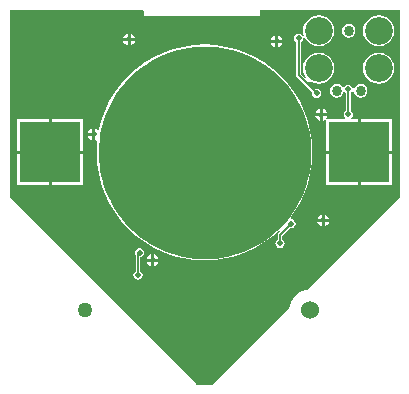
<source format=gbl>
%FSTAX23Y23*%
%MOIN*%
%SFA1B1*%

%IPPOS*%
%AMD32*
4,1,8,0.098400,0.196800,-0.098400,0.196800,-0.196800,0.098400,-0.196800,-0.098400,-0.098400,-0.196800,0.098400,-0.196800,0.196800,-0.098400,0.196800,0.098400,0.098400,0.196800,0.0*
1,1,0.196860,0.098400,0.098400*
1,1,0.196860,-0.098400,0.098400*
1,1,0.196860,-0.098400,-0.098400*
1,1,0.196860,0.098400,-0.098400*
%
%ADD23C,0.005000*%
%ADD26C,0.034000*%
%ADD27C,0.092000*%
%ADD28C,0.050000*%
%ADD29C,0.060000*%
%ADD30C,0.020000*%
%ADD31C,0.196850*%
G04~CAMADD=32~8~0.0~0.0~3937.0~3937.0~984.3~0.0~15~0.0~0.0~0.0~0.0~0~0.0~0.0~0.0~0.0~0~0.0~0.0~0.0~0.0~3937.0~3937.0*
%ADD32D32*%
%ADD33R,0.200000X0.200000*%
%LNpumpminder_v2-1*%
%LPD*%
G36*
X023Y01625D02*
X01992Y01317D01*
X01986Y01316*
X01974Y01312*
X01962Y01306*
X01952Y01297*
X01943Y01287*
X01937Y01275*
X01933Y01263*
X01932Y01257*
X01675Y01*
X01625*
X01Y01625*
Y01675*
Y0225*
X01445*
X01448Y02246*
Y0223*
X01834*
X01834Y0225*
X023*
Y01625*
G37*
%LNpumpminder_v2-2*%
%LPC*%
G36*
X0216Y0177D02*
X02055D01*
Y01665*
X0216*
Y0177*
G37*
G36*
X02275D02*
X0217D01*
Y01665*
X02275*
Y0177*
G37*
G36*
X0113D02*
X01025D01*
Y01665*
X0113*
Y0177*
G37*
G36*
X01245D02*
X0114D01*
Y01665*
X01245*
Y0177*
G37*
G36*
X02275Y01885D02*
X0217D01*
Y0178*
X02275*
Y01885*
G37*
G36*
X01275Y01829D02*
X0126D01*
X01261Y01826*
X01265Y01819*
X01272Y01815*
X01275Y01814*
Y01829*
G37*
G36*
X0113Y01885D02*
X01025D01*
Y0178*
X0113*
Y01885*
G37*
G36*
X01245D02*
X0114D01*
Y0178*
X01245*
Y01885*
G37*
G36*
X0205Y01567D02*
Y01553D01*
X02064*
X02063Y01555*
X02059Y01562*
X02052Y01566*
X0205Y01567*
G37*
G36*
X01495Y0141D02*
X01481D01*
Y01396*
X01483Y01396*
X0149Y01401*
X01494Y01407*
X01495Y0141*
G37*
G36*
X01471Y01434D02*
X01468Y01434D01*
X01461Y01429*
X01457Y01423*
X01456Y0142*
X01471*
Y01434*
G37*
G36*
X01433Y01455D02*
X01427Y01454D01*
X01422Y0145*
X01418Y01445*
X01417Y0144*
X01418Y01434*
X0142Y01431*
Y01378*
X01417Y01376*
X01413Y01371*
X01412Y01366*
X01413Y0136*
X01417Y01355*
X01422Y01351*
X01428Y0135*
X01433Y01351*
X01438Y01355*
X01442Y0136*
X01443Y01366*
X01442Y01371*
X01438Y01376*
X01435Y01378*
Y01425*
X01438Y01425*
X01443Y01429*
X01447Y01434*
X01448Y0144*
X01447Y01445*
X01443Y0145*
X01438Y01454*
X01433Y01455*
G37*
G36*
X01471Y0141D02*
X01456D01*
X01457Y01407*
X01461Y01401*
X01468Y01396*
X01471Y01396*
Y0141*
G37*
G36*
X02064Y01543D02*
X0205D01*
Y01528*
X02052Y01529*
X02059Y01533*
X02063Y0154*
X02064Y01543*
G37*
G36*
X0204Y01567D02*
X02037Y01566D01*
X0203Y01562*
X02026Y01555*
X02025Y01553*
X0204*
Y01567*
G37*
G36*
X01481Y01434D02*
Y0142D01*
X01495*
X01494Y01423*
X0149Y01429*
X01483Y01434*
X01481Y01434*
G37*
G36*
X0204Y01543D02*
X02025D01*
X02026Y0154*
X0203Y01533*
X02037Y01529*
X0204Y01528*
Y01543*
G37*
G36*
X01275Y01853D02*
X01272Y01852D01*
X01265Y01848*
X01261Y01841*
X0126Y01839*
X01275*
Y01853*
G37*
G36*
X01885Y02164D02*
X01882Y02163D01*
X01875Y02159*
X01871Y02152*
X0187Y02149*
X01885*
Y02164*
G37*
G36*
X01895D02*
Y02149D01*
X01909*
X01909Y02152*
X01904Y02159*
X01898Y02163*
X01895Y02164*
G37*
G36*
X01393Y02146D02*
X01378D01*
X01379Y02143*
X01383Y02136*
X0139Y02132*
X01393Y02131*
Y02146*
G37*
G36*
X01417D02*
X01403D01*
Y02131*
X01405Y02132*
X01412Y02136*
X01416Y02143*
X01417Y02146*
G37*
G36*
X0213Y02202D02*
X02121Y02201D01*
X02113Y02196*
X02108Y02188*
X02107Y0218*
X02108Y02171*
X02113Y02163*
X02121Y02158*
X0213Y02157*
X02138Y02158*
X02146Y02163*
X02151Y02171*
X02152Y0218*
X02151Y02188*
X02146Y02196*
X02138Y02201*
X0213Y02202*
G37*
G36*
X0203Y02231D02*
X02016Y0223D01*
X02004Y02224*
X01993Y02216*
X01985Y02205*
X01979Y02193*
X01978Y0218*
X01979Y02166*
X0198Y02164*
X01976Y02162*
X01973Y02165*
X01968Y02169*
X01963Y0217*
X01957Y02169*
X01952Y02165*
X01948Y0216*
X01947Y02155*
X01948Y02149*
X01952Y02144*
X01955Y02142*
Y02032*
X01955Y02029*
X01957Y02026*
X02008Y01975*
X02007Y01972*
X02008Y01966*
X02012Y01961*
X02017Y01957*
X02023Y01956*
X02028Y01957*
X02033Y01961*
X02037Y01966*
X02038Y01972*
X02037Y01977*
X02033Y01982*
X02028Y01986*
X02023Y01987*
X02019Y01986*
X01995Y0201*
X01998Y02013*
X02004Y0201*
X02016Y02004*
X0203Y02003*
X02043Y02004*
X02055Y0201*
X02066Y02018*
X02074Y02029*
X0208Y02041*
X02081Y02055*
X0208Y02068*
X02074Y0208*
X02066Y02091*
X02055Y02099*
X02043Y02105*
X0203Y02106*
X02016Y02105*
X02004Y02099*
X01993Y02091*
X01985Y0208*
X01979Y02068*
X01978Y02055*
X01979Y02041*
X01985Y02029*
X01988Y02023*
X01985Y0202*
X0197Y02035*
Y02142*
X01973Y02144*
X01977Y02149*
X01978Y02155*
X01977Y02159*
X01982Y0216*
X01985Y02154*
X01993Y02143*
X02004Y02135*
X02016Y02129*
X0203Y02128*
X02043Y02129*
X02055Y02135*
X02066Y02143*
X02074Y02154*
X0208Y02166*
X02081Y0218*
X0208Y02193*
X02074Y02205*
X02066Y02216*
X02055Y02224*
X02043Y0223*
X0203Y02231*
G37*
G36*
X01393Y0217D02*
X0139Y02169D01*
X01383Y02165*
X01379Y02158*
X01378Y02156*
X01393*
Y0217*
G37*
G36*
X01403D02*
Y02156D01*
X01417*
X01416Y02158*
X01412Y02165*
X01405Y02169*
X01403Y0217*
G37*
G36*
X0223Y02231D02*
X02216Y0223D01*
X02204Y02224*
X02193Y02216*
X02185Y02205*
X02179Y02193*
X02178Y0218*
X02179Y02166*
X02185Y02154*
X02193Y02143*
X02204Y02135*
X02216Y02129*
X0223Y02128*
X02243Y02129*
X02255Y02135*
X02266Y02143*
X02274Y02154*
X0228Y02166*
X02281Y0218*
X0228Y02193*
X02274Y02205*
X02266Y02216*
X02255Y02224*
X02243Y0223*
X0223Y02231*
G37*
G36*
X02034Y01919D02*
X02031Y01918D01*
X02024Y01914*
X0202Y01907*
X02019Y01905*
X02034*
Y01919*
G37*
G36*
X02044D02*
Y01905D01*
X02058*
X02057Y01907*
X02053Y01914*
X02046Y01918*
X02044Y01919*
G37*
G36*
X0165Y02134D02*
X01614Y02133D01*
X01579Y02127*
X01545Y02119*
X01512Y02107*
X0148Y02092*
X0145Y02074*
X01421Y02053*
X01395Y02029*
X01371Y02003*
X0135Y01974*
X01332Y01944*
X01317Y01912*
X01305Y01879*
X01298Y01851*
X01296Y01849*
X01293Y01848*
X01287Y01852*
X01285Y01853*
Y01834*
Y01814*
X01287Y01815*
X01288Y01815*
X01292Y01812*
X01291Y0181*
X0129Y01775*
X01291Y01739*
X01297Y01704*
X01305Y0167*
X01317Y01637*
X01332Y01605*
X0135Y01575*
X01371Y01546*
X01395Y0152*
X01421Y01496*
X0145Y01475*
X0148Y01457*
X01512Y01442*
X01545Y0143*
X01579Y01422*
X01614Y01416*
X0165Y01415*
X01685Y01416*
X0172Y01422*
X01754Y0143*
X01787Y01442*
X01819Y01457*
X01849Y01475*
X01878Y01496*
X01897Y01514*
X019Y0151*
X01895Y01505*
X01893Y01502*
X01893Y015*
Y01483*
X0189Y01481*
X01886Y01476*
X01885Y01471*
X01886Y01465*
X0189Y0146*
X01895Y01456*
X01901Y01455*
X01906Y01456*
X01911Y0146*
X01915Y01465*
X01916Y01471*
X01915Y01476*
X01911Y01481*
X01908Y01483*
Y01496*
X01934Y01522*
X01938Y01521*
X01943Y01522*
X01948Y01526*
X01952Y01531*
X01953Y01537*
X01952Y01542*
X01948Y01547*
X01943Y01551*
X01938Y01552*
X01936Y01558*
X01949Y01575*
X01967Y01605*
X01982Y01637*
X01994Y0167*
X02002Y01704*
X02008Y01739*
X02009Y01775*
X02008Y0181*
X02002Y01845*
X01994Y01879*
X01982Y01912*
X01967Y01944*
X01949Y01974*
X01928Y02003*
X01904Y02029*
X01878Y02053*
X01849Y02074*
X01819Y02092*
X01787Y02107*
X01754Y02119*
X0172Y02127*
X01685Y02133*
X0165Y02134*
G37*
G36*
X02034Y01895D02*
X02019D01*
X0202Y01892*
X02024Y01885*
X02031Y01881*
X02034Y0188*
Y01895*
G37*
G36*
X01885Y02139D02*
X0187D01*
X01871Y02136*
X01875Y0213*
X01882Y02125*
X01885Y02125*
Y02139*
G37*
G36*
X01909D02*
X01895D01*
Y02125*
X01898Y02125*
X01904Y0213*
X01909Y02136*
X01909Y02139*
G37*
G36*
X0217Y02002D02*
X02161Y02001D01*
X02153Y01996*
X02148Y01988*
X02148Y01988*
X02143*
X02143Y0199*
X02139Y01995*
X02134Y01999*
X02129Y02*
X02123Y01999*
X02118Y01995*
X02114Y0199*
X02109Y01992*
X02106Y01996*
X02098Y02001*
X0209Y02002*
X02081Y02001*
X02073Y01996*
X02068Y01988*
X02067Y0198*
X02068Y01971*
X02073Y01963*
X02081Y01958*
X0209Y01957*
X02098Y01958*
X02106Y01963*
X02111Y01971*
X02111Y01975*
X02116Y01976*
X02118Y01974*
X02121Y01972*
Y01913*
X02118Y01911*
X02114Y01906*
X02113Y01901*
X02114Y01895*
X02118Y0189*
X02118Y01889*
X02117Y01885*
X02058*
X02055Y01889*
X02057Y01892*
X02058Y01895*
X02044*
Y0188*
X02046Y01881*
X0205Y01883*
X02055Y01881*
Y0178*
X0216*
Y01885*
X0214*
X02139Y01889*
X02139Y0189*
X02143Y01895*
X02144Y01901*
X02143Y01906*
X02139Y01911*
X02136Y01913*
Y01972*
X02139Y01974*
X02142Y01978*
X02147Y01977*
X02148Y01971*
X02153Y01963*
X02161Y01958*
X0217Y01957*
X02178Y01958*
X02186Y01963*
X02191Y01971*
X02192Y0198*
X02191Y01988*
X02186Y01996*
X02178Y02001*
X0217Y02002*
G37*
G36*
X0223Y02106D02*
X02216Y02105D01*
X02204Y02099*
X02193Y02091*
X02185Y0208*
X02179Y02068*
X02178Y02055*
X02179Y02041*
X02185Y02029*
X02193Y02018*
X02204Y0201*
X02216Y02004*
X0223Y02003*
X02243Y02004*
X02255Y0201*
X02266Y02018*
X02274Y02029*
X0228Y02041*
X02281Y02055*
X0228Y02068*
X02274Y0208*
X02266Y02091*
X02255Y02099*
X02243Y02105*
X0223Y02106*
G37*
%LNpumpminder_v2-3*%
%LPD*%
G54D23*
X01428Y01366D02*
Y01435D01*
X01433Y0144*
X01901Y01471D02*
Y015D01*
X01938Y01537*
X01963Y02032D02*
Y02155D01*
Y02032D02*
X02023Y01972D01*
X02129Y01901D02*
Y01985D01*
G54D26*
X0213Y0218D03*
X0217Y0198D03*
X0209D03*
G54D27*
X0203Y0218D03*
X0223D03*
Y02055D03*
X0203D03*
G54D28*
X0125Y0125D03*
X01908Y01897D03*
X01372Y01684D03*
X01645Y02018D03*
G54D29*
X02Y0125D03*
G54D30*
X01398Y02151D03*
X0128Y01834D03*
X01476Y01415D03*
X01428Y01366D03*
X01433Y0144D03*
X01901Y01471D03*
X01938Y01537D03*
X02039Y019D03*
X02045Y01548D03*
X01963Y02155D03*
X02023Y01972D03*
X0189Y02144D03*
X02129Y01985D03*
Y01901D03*
G54D31*
X01905Y01775D02*
D01*
X01905Y01792*
X01903Y0181*
X019Y01828*
X01895Y01845*
X0189Y01862*
X01883Y01879*
X01875Y01895*
X01867Y0191*
X01857Y01925*
X01846Y01939*
X01834Y01952*
X01821Y01965*
X01807Y01976*
X01793Y01987*
X01777Y01996*
X01762Y02005*
X01745Y02012*
X01729Y02018*
X01711Y02023*
X01694Y02027*
X01676Y02029*
X01658Y0203*
X01641*
X01623Y02029*
X01605Y02027*
X01588Y02023*
X0157Y02018*
X01554Y02012*
X01537Y02005*
X01522Y01996*
X01506Y01987*
X01492Y01976*
X01478Y01965*
X01465Y01952*
X01453Y01939*
X01442Y01925*
X01432Y0191*
X01424Y01895*
X01416Y01879*
X01409Y01862*
X01404Y01845*
X01399Y01828*
X01396Y0181*
X01394Y01792*
X01394Y01775*
X01394Y01757*
X01396Y01739*
X01399Y01721*
X01404Y01704*
X01409Y01687*
X01416Y0167*
X01424Y01654*
X01432Y01639*
X01442Y01624*
X01453Y0161*
X01465Y01597*
X01478Y01584*
X01492Y01573*
X01506Y01562*
X01522Y01553*
X01537Y01544*
X01554Y01537*
X0157Y01531*
X01588Y01526*
X01605Y01522*
X01623Y0152*
X01641Y01519*
X01658*
X01676Y0152*
X01694Y01522*
X01711Y01526*
X01729Y01531*
X01745Y01537*
X01762Y01544*
X01777Y01553*
X01793Y01562*
X01807Y01573*
X01821Y01584*
X01834Y01597*
X01846Y0161*
X01857Y01624*
X01867Y01639*
X01875Y01654*
X01883Y0167*
X0189Y01687*
X01895Y01704*
X019Y01721*
X01903Y01739*
X01905Y01757*
X01905Y01775*
G54D32*
X0165Y01775D03*
G54D33*
X01135Y01775D03*
X02165D03*
M02*
</source>
